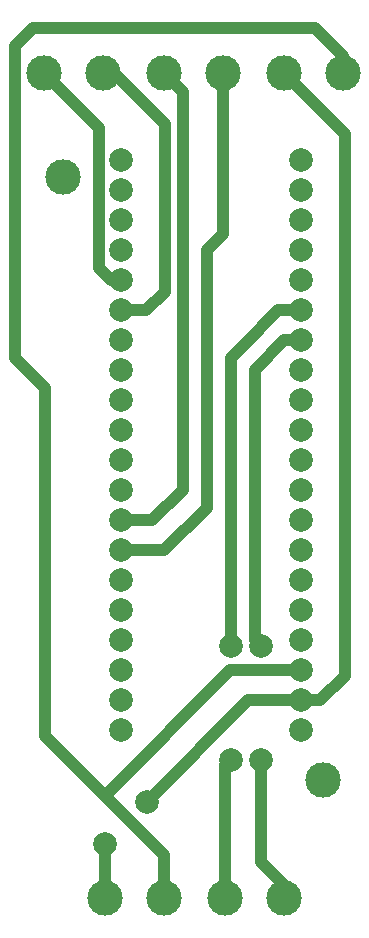
<source format=gbr>
%TF.GenerationSoftware,KiCad,Pcbnew,(5.1.6)-1*%
%TF.CreationDate,2020-06-28T19:49:48+04:00*%
%TF.ProjectId,SmartHousePowerUARTRouter,536d6172-7448-46f7-9573-65506f776572,rev?*%
%TF.SameCoordinates,Original*%
%TF.FileFunction,Copper,L1,Top*%
%TF.FilePolarity,Positive*%
%FSLAX46Y46*%
G04 Gerber Fmt 4.6, Leading zero omitted, Abs format (unit mm)*
G04 Created by KiCad (PCBNEW (5.1.6)-1) date 2020-06-28 19:49:48*
%MOMM*%
%LPD*%
G01*
G04 APERTURE LIST*
%TA.AperFunction,ComponentPad*%
%ADD10C,2.000000*%
%TD*%
%TA.AperFunction,ComponentPad*%
%ADD11C,3.000000*%
%TD*%
%TA.AperFunction,ViaPad*%
%ADD12C,2.000000*%
%TD*%
%TA.AperFunction,Conductor*%
%ADD13C,1.000000*%
%TD*%
G04 APERTURE END LIST*
D10*
%TO.P,STM32_BLUEPILL1,1*%
%TO.N,Net-(STM32_BLUEPILL1-Pad1)*%
X273200000Y-112820000D03*
%TO.P,STM32_BLUEPILL1,2*%
%TO.N,Net-(P3-Pad2)*%
X273200000Y-110280000D03*
%TO.P,STM32_BLUEPILL1,3*%
%TO.N,Net-(P3-Pad1)*%
X273200000Y-107740000D03*
%TO.P,STM32_BLUEPILL1,4*%
%TO.N,Net-(STM32_BLUEPILL1-Pad4)*%
X273200000Y-105200000D03*
%TO.P,STM32_BLUEPILL1,5*%
%TO.N,Net-(STM32_BLUEPILL1-Pad5)*%
X273200000Y-102660000D03*
%TO.P,STM32_BLUEPILL1,6*%
%TO.N,Net-(STM32_BLUEPILL1-Pad6)*%
X273200000Y-100120000D03*
%TO.P,STM32_BLUEPILL1,7*%
%TO.N,Net-(STM32_BLUEPILL1-Pad7)*%
X273200000Y-97580000D03*
%TO.P,STM32_BLUEPILL1,8*%
%TO.N,Net-(STM32_BLUEPILL1-Pad8)*%
X273200000Y-95040000D03*
%TO.P,STM32_BLUEPILL1,9*%
%TO.N,Net-(STM32_BLUEPILL1-Pad9)*%
X273200000Y-92500000D03*
%TO.P,STM32_BLUEPILL1,10*%
%TO.N,Net-(STM32_BLUEPILL1-Pad10)*%
X273200000Y-89960000D03*
%TO.P,STM32_BLUEPILL1,11*%
%TO.N,Net-(STM32_BLUEPILL1-Pad11)*%
X273200000Y-87420000D03*
%TO.P,STM32_BLUEPILL1,12*%
%TO.N,Net-(STM32_BLUEPILL1-Pad12)*%
X273200000Y-84880000D03*
%TO.P,STM32_BLUEPILL1,13*%
%TO.N,Net-(STM32_BLUEPILL1-Pad13)*%
X273200000Y-82340000D03*
%TO.P,STM32_BLUEPILL1,14*%
%TO.N,Net-(P5-Pad1)*%
X273200000Y-79800000D03*
%TO.P,STM32_BLUEPILL1,15*%
%TO.N,Net-(P5-Pad2)*%
X273200000Y-77260000D03*
%TO.P,STM32_BLUEPILL1,16*%
%TO.N,Net-(STM32_BLUEPILL1-Pad16)*%
X273200000Y-74720000D03*
%TO.P,STM32_BLUEPILL1,17*%
%TO.N,Net-(STM32_BLUEPILL1-Pad17)*%
X273200000Y-72180000D03*
%TO.P,STM32_BLUEPILL1,18*%
%TO.N,Net-(STM32_BLUEPILL1-Pad18)*%
X273200000Y-69640000D03*
%TO.P,STM32_BLUEPILL1,19*%
%TO.N,Net-(STM32_BLUEPILL1-Pad19)*%
X273200000Y-67100000D03*
%TO.P,STM32_BLUEPILL1,20*%
%TO.N,Net-(STM32_BLUEPILL1-Pad20)*%
X273200000Y-64560000D03*
%TO.P,STM32_BLUEPILL1,21*%
%TO.N,Net-(STM32_BLUEPILL1-Pad21)*%
X257960000Y-112820000D03*
%TO.P,STM32_BLUEPILL1,22*%
%TO.N,Net-(STM32_BLUEPILL1-Pad22)*%
X257960000Y-110280000D03*
%TO.P,STM32_BLUEPILL1,23*%
%TO.N,Net-(STM32_BLUEPILL1-Pad23)*%
X257960000Y-107740000D03*
%TO.P,STM32_BLUEPILL1,24*%
%TO.N,Net-(STM32_BLUEPILL1-Pad24)*%
X257960000Y-105200000D03*
%TO.P,STM32_BLUEPILL1,25*%
%TO.N,Net-(STM32_BLUEPILL1-Pad25)*%
X257960000Y-102660000D03*
%TO.P,STM32_BLUEPILL1,26*%
%TO.N,Net-(STM32_BLUEPILL1-Pad26)*%
X257960000Y-100120000D03*
%TO.P,STM32_BLUEPILL1,27*%
%TO.N,Net-(P1-Pad2)*%
X257960000Y-97580000D03*
%TO.P,STM32_BLUEPILL1,28*%
%TO.N,Net-(P1-Pad1)*%
X257960000Y-95040000D03*
%TO.P,STM32_BLUEPILL1,29*%
%TO.N,Net-(STM32_BLUEPILL1-Pad29)*%
X257960000Y-92500000D03*
%TO.P,STM32_BLUEPILL1,30*%
%TO.N,Net-(STM32_BLUEPILL1-Pad30)*%
X257960000Y-89960000D03*
%TO.P,STM32_BLUEPILL1,31*%
%TO.N,Net-(STM32_BLUEPILL1-Pad31)*%
X257960000Y-87420000D03*
%TO.P,STM32_BLUEPILL1,32*%
%TO.N,Net-(STM32_BLUEPILL1-Pad32)*%
X257960000Y-84880000D03*
%TO.P,STM32_BLUEPILL1,33*%
%TO.N,Net-(STM32_BLUEPILL1-Pad33)*%
X257960000Y-82340000D03*
%TO.P,STM32_BLUEPILL1,34*%
%TO.N,Net-(STM32_BLUEPILL1-Pad34)*%
X257960000Y-79800000D03*
%TO.P,STM32_BLUEPILL1,35*%
%TO.N,Net-(P2-Pad2)*%
X257960000Y-77260000D03*
%TO.P,STM32_BLUEPILL1,36*%
%TO.N,Net-(P2-Pad1)*%
X257960000Y-74720000D03*
%TO.P,STM32_BLUEPILL1,37*%
%TO.N,Net-(STM32_BLUEPILL1-Pad37)*%
X257960000Y-72180000D03*
%TO.P,STM32_BLUEPILL1,38*%
%TO.N,Net-(STM32_BLUEPILL1-Pad38)*%
X257960000Y-69640000D03*
%TO.P,STM32_BLUEPILL1,39*%
%TO.N,Net-(STM32_BLUEPILL1-Pad39)*%
X257960000Y-67100000D03*
%TO.P,STM32_BLUEPILL1,40*%
%TO.N,Net-(STM32_BLUEPILL1-Pad40)*%
X257960000Y-64560000D03*
%TD*%
D11*
%TO.P,REF\u002A\u002A,1*%
%TO.N,N/C*%
X253000000Y-66000000D03*
%TD*%
%TO.P,REF\u002A\u002A,1*%
%TO.N,N/C*%
X275000000Y-117000000D03*
%TD*%
%TO.P,P1,1*%
%TO.N,Net-(P1-Pad1)*%
X261533000Y-57150000D03*
%TO.P,P1,2*%
%TO.N,Net-(P1-Pad2)*%
X266533000Y-57150000D03*
%TD*%
%TO.P,P2,1*%
%TO.N,Net-(P2-Pad1)*%
X251373000Y-57150000D03*
%TO.P,P2,2*%
%TO.N,Net-(P2-Pad2)*%
X256373000Y-57150000D03*
%TD*%
%TO.P,P3,1*%
%TO.N,Net-(P3-Pad1)*%
X276693000Y-57150000D03*
%TO.P,P3,2*%
%TO.N,Net-(P3-Pad2)*%
X271693000Y-57150000D03*
%TD*%
%TO.P,P4,1*%
%TO.N,Net-(P3-Pad1)*%
X261580000Y-127000000D03*
%TO.P,P4,2*%
%TO.N,Net-(P3-Pad2)*%
X256580000Y-127000000D03*
%TD*%
%TO.P,P5,1*%
%TO.N,Net-(P5-Pad1)*%
X271740000Y-127000000D03*
%TO.P,P5,2*%
%TO.N,Net-(P5-Pad2)*%
X266740000Y-127000000D03*
%TD*%
D12*
%TO.N,Net-(P3-Pad2)*%
X260096000Y-118872000D03*
X256540000Y-122428000D03*
%TO.N,Net-(P5-Pad1)*%
X269748000Y-115316000D03*
X269748000Y-105664000D03*
%TO.N,Net-(P5-Pad2)*%
X267208000Y-115316000D03*
X267208000Y-105664000D03*
%TD*%
D13*
%TO.N,Net-(P1-Pad2)*%
X257960000Y-97580000D02*
X261576000Y-97580000D01*
X266533000Y-70779000D02*
X266533000Y-57150000D01*
X265176000Y-72136000D02*
X266533000Y-70779000D01*
X265176000Y-93980000D02*
X265176000Y-72136000D01*
X261576000Y-97580000D02*
X265176000Y-93980000D01*
%TO.N,Net-(P1-Pad1)*%
X257960000Y-95040000D02*
X260560000Y-95040000D01*
X263144000Y-58761000D02*
X261533000Y-57150000D01*
X263144000Y-92456000D02*
X263144000Y-58761000D01*
X260560000Y-95040000D02*
X263144000Y-92456000D01*
%TO.N,Net-(P2-Pad1)*%
X257960000Y-74720000D02*
X257092000Y-74720000D01*
X257092000Y-74720000D02*
X256032000Y-73660000D01*
X256032000Y-73660000D02*
X256032000Y-61809000D01*
X256032000Y-61809000D02*
X251373000Y-57150000D01*
X251373000Y-57150000D02*
X251460000Y-57150000D01*
%TO.N,Net-(P2-Pad2)*%
X256373000Y-57150000D02*
X257302000Y-57150000D01*
X257302000Y-57150000D02*
X261620000Y-61468000D01*
X260052000Y-77260000D02*
X257960000Y-77260000D01*
X261620000Y-75692000D02*
X260052000Y-77260000D01*
X261620000Y-61468000D02*
X261620000Y-75692000D01*
X256373000Y-57150000D02*
X256540000Y-57150000D01*
%TO.N,Net-(P3-Pad1)*%
X273200000Y-107740000D02*
X267164000Y-107740000D01*
X267164000Y-107740000D02*
X256540000Y-118364000D01*
X276693000Y-57150000D02*
X276693000Y-55713000D01*
X276693000Y-55713000D02*
X274320000Y-53340000D01*
X261580000Y-123404000D02*
X261580000Y-127000000D01*
X251460000Y-113284000D02*
X256540000Y-118364000D01*
X256540000Y-118364000D02*
X261580000Y-123404000D01*
X251460000Y-83820000D02*
X251460000Y-113284000D01*
X248920000Y-81280000D02*
X251460000Y-83820000D01*
X248920000Y-54864000D02*
X248920000Y-81280000D01*
X250444000Y-53340000D02*
X248920000Y-54864000D01*
X274320000Y-53340000D02*
X250444000Y-53340000D01*
X276693000Y-57150000D02*
X276693000Y-57618000D01*
X261580000Y-127000000D02*
X261580000Y-127595000D01*
%TO.N,Net-(P3-Pad2)*%
X256580000Y-127000000D02*
X256580000Y-122468000D01*
X268688000Y-110280000D02*
X273200000Y-110280000D01*
X260096000Y-118872000D02*
X268688000Y-110280000D01*
X256580000Y-122468000D02*
X256540000Y-122428000D01*
X273200000Y-110280000D02*
X274784000Y-110280000D01*
X276860000Y-62317000D02*
X271693000Y-57150000D01*
X276860000Y-108204000D02*
X276860000Y-62317000D01*
X274784000Y-110280000D02*
X276860000Y-108204000D01*
%TO.N,Net-(P5-Pad1)*%
X271740000Y-127000000D02*
X271740000Y-125944000D01*
X271740000Y-125944000D02*
X269748000Y-123952000D01*
X269748000Y-123952000D02*
X269748000Y-115316000D01*
X269748000Y-105664000D02*
X269240000Y-105156000D01*
X269240000Y-105156000D02*
X269240000Y-82296000D01*
X269240000Y-82296000D02*
X271736000Y-79800000D01*
X271736000Y-79800000D02*
X273200000Y-79800000D01*
%TO.N,Net-(P5-Pad2)*%
X273200000Y-77260000D02*
X271228000Y-77260000D01*
X266740000Y-115784000D02*
X266740000Y-127000000D01*
X267208000Y-115316000D02*
X266740000Y-115784000D01*
X267208000Y-81280000D02*
X267208000Y-105664000D01*
X268224000Y-80264000D02*
X267208000Y-81280000D01*
X271228000Y-77260000D02*
X268224000Y-80264000D01*
%TD*%
M02*

</source>
